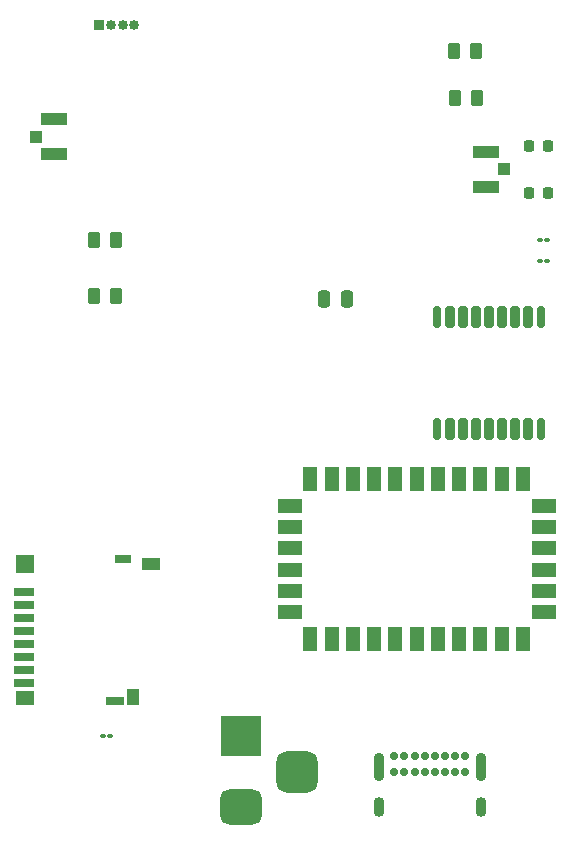
<source format=gbr>
%TF.GenerationSoftware,KiCad,Pcbnew,7.0.6*%
%TF.CreationDate,2023-08-21T19:58:41-03:00*%
%TF.ProjectId,satelite,73617465-6c69-4746-952e-6b696361645f,rev?*%
%TF.SameCoordinates,Original*%
%TF.FileFunction,Soldermask,Bot*%
%TF.FilePolarity,Negative*%
%FSLAX46Y46*%
G04 Gerber Fmt 4.6, Leading zero omitted, Abs format (unit mm)*
G04 Created by KiCad (PCBNEW 7.0.6) date 2023-08-21 19:58:41*
%MOMM*%
%LPD*%
G01*
G04 APERTURE LIST*
G04 Aperture macros list*
%AMRoundRect*
0 Rectangle with rounded corners*
0 $1 Rounding radius*
0 $2 $3 $4 $5 $6 $7 $8 $9 X,Y pos of 4 corners*
0 Add a 4 corners polygon primitive as box body*
4,1,4,$2,$3,$4,$5,$6,$7,$8,$9,$2,$3,0*
0 Add four circle primitives for the rounded corners*
1,1,$1+$1,$2,$3*
1,1,$1+$1,$4,$5*
1,1,$1+$1,$6,$7*
1,1,$1+$1,$8,$9*
0 Add four rect primitives between the rounded corners*
20,1,$1+$1,$2,$3,$4,$5,0*
20,1,$1+$1,$4,$5,$6,$7,0*
20,1,$1+$1,$6,$7,$8,$9,0*
20,1,$1+$1,$8,$9,$2,$3,0*%
G04 Aperture macros list end*
%ADD10O,0.850000X0.850000*%
%ADD11R,0.850000X0.850000*%
%ADD12C,0.700000*%
%ADD13O,0.900000X2.400000*%
%ADD14O,0.900000X1.700000*%
%ADD15RoundRect,0.225000X0.225000X0.250000X-0.225000X0.250000X-0.225000X-0.250000X0.225000X-0.250000X0*%
%ADD16RoundRect,0.250000X0.262500X0.450000X-0.262500X0.450000X-0.262500X-0.450000X0.262500X-0.450000X0*%
%ADD17RoundRect,0.100000X0.130000X0.100000X-0.130000X0.100000X-0.130000X-0.100000X0.130000X-0.100000X0*%
%ADD18R,3.500000X3.500000*%
%ADD19RoundRect,0.750000X1.000000X-0.750000X1.000000X0.750000X-1.000000X0.750000X-1.000000X-0.750000X0*%
%ADD20RoundRect,0.875000X0.875000X-0.875000X0.875000X0.875000X-0.875000X0.875000X-0.875000X-0.875000X0*%
%ADD21RoundRect,0.250000X0.250000X0.475000X-0.250000X0.475000X-0.250000X-0.475000X0.250000X-0.475000X0*%
%ADD22RoundRect,0.250000X-0.262500X-0.450000X0.262500X-0.450000X0.262500X0.450000X-0.262500X0.450000X0*%
%ADD23R,2.000000X1.200000*%
%ADD24R,1.200000X2.000000*%
%ADD25R,2.200000X1.050000*%
%ADD26R,1.050000X1.000000*%
%ADD27RoundRect,0.175000X-0.175000X0.725000X-0.175000X-0.725000X0.175000X-0.725000X0.175000X0.725000X0*%
%ADD28RoundRect,0.200000X-0.200000X0.700000X-0.200000X-0.700000X0.200000X-0.700000X0.200000X0.700000X0*%
%ADD29R,1.750000X0.700000*%
%ADD30R,1.000000X1.450000*%
%ADD31R,1.550000X1.000000*%
%ADD32R,1.500000X0.800000*%
%ADD33R,1.500000X1.300000*%
%ADD34R,1.500000X1.500000*%
%ADD35R,1.400000X0.800000*%
G04 APERTURE END LIST*
D10*
%TO.C,REF\u002A\u002A*%
X137000000Y-64750000D03*
X136000000Y-64750000D03*
X135000000Y-64750000D03*
D11*
X134000000Y-64750000D03*
%TD*%
D12*
%TO.C,J2*%
X159025000Y-126650000D03*
X159875000Y-126650000D03*
X160725000Y-126650000D03*
X161575000Y-126650000D03*
X162425000Y-126650000D03*
X163275000Y-126650000D03*
X164125000Y-126650000D03*
X164975000Y-126650000D03*
X164975000Y-128000000D03*
X164125000Y-128000000D03*
X163275000Y-128000000D03*
X162425000Y-128000000D03*
X161575000Y-128000000D03*
X160725000Y-128000000D03*
X159875000Y-128000000D03*
X159025000Y-128000000D03*
D13*
X157675000Y-127630000D03*
D14*
X157675000Y-131010000D03*
D13*
X166325000Y-127630000D03*
D14*
X166325000Y-131010000D03*
%TD*%
D15*
%TO.C,C9*%
X172000000Y-79000000D03*
X170450000Y-79000000D03*
%TD*%
D16*
%TO.C,R8*%
X135412500Y-83000000D03*
X133587500Y-83000000D03*
%TD*%
%TO.C,R6*%
X165912500Y-67000000D03*
X164087500Y-67000000D03*
%TD*%
D17*
%TO.C,C12*%
X134975000Y-125000000D03*
X134335000Y-125000000D03*
%TD*%
D18*
%TO.C,J4*%
X146042500Y-125000000D03*
D19*
X146042500Y-131000000D03*
D20*
X150742500Y-128000000D03*
%TD*%
D21*
%TO.C,C10*%
X155000000Y-88000000D03*
X153100000Y-88000000D03*
%TD*%
D15*
%TO.C,C8*%
X172000000Y-75000000D03*
X170450000Y-75000000D03*
%TD*%
D17*
%TO.C,C14*%
X171975000Y-84750000D03*
X171335000Y-84750000D03*
%TD*%
D16*
%TO.C,R7*%
X166000000Y-71000000D03*
X164175000Y-71000000D03*
%TD*%
D22*
%TO.C,R9*%
X133587500Y-87750000D03*
X135412500Y-87750000D03*
%TD*%
D17*
%TO.C,C13*%
X171975000Y-83000000D03*
X171335000Y-83000000D03*
%TD*%
D23*
%TO.C,U5*%
X150150000Y-105500000D03*
X150150000Y-107300000D03*
X150150000Y-109100000D03*
X150150000Y-110900000D03*
X150150000Y-112700000D03*
X150150000Y-114500000D03*
D24*
X151900000Y-116750000D03*
X153700000Y-116750000D03*
X155500000Y-116750000D03*
X157300000Y-116750000D03*
X159100000Y-116750000D03*
X160900000Y-116750000D03*
X162700000Y-116750000D03*
X164500000Y-116750000D03*
X166300000Y-116750000D03*
X168100000Y-116750000D03*
X169900000Y-116750000D03*
D23*
X171650000Y-114500000D03*
X171650000Y-112700000D03*
X171650000Y-110900000D03*
X171650000Y-109100000D03*
X171650000Y-107300000D03*
X171650000Y-105500000D03*
D24*
X169900000Y-103250000D03*
X168100000Y-103250000D03*
X166300000Y-103250000D03*
X164500000Y-103250000D03*
X162700000Y-103250000D03*
X160900000Y-103250000D03*
X159100000Y-103250000D03*
X157300000Y-103250000D03*
X155500000Y-103250000D03*
X153700000Y-103250000D03*
X151900000Y-103250000D03*
%TD*%
D25*
%TO.C,J5*%
X166775000Y-75525000D03*
X166775000Y-78475000D03*
D26*
X168300000Y-77000000D03*
%TD*%
D27*
%TO.C,U3*%
X162600000Y-89500000D03*
D28*
X163700000Y-89500000D03*
X164800000Y-89500000D03*
X165900000Y-89500000D03*
X167000000Y-89500000D03*
X168100000Y-89500000D03*
X169200000Y-89500000D03*
X170300000Y-89500000D03*
D27*
X171400000Y-89500000D03*
X171400000Y-99000000D03*
D28*
X170300000Y-99000000D03*
X169200000Y-99000000D03*
X168100000Y-99000000D03*
X167000000Y-99000000D03*
X165900000Y-99000000D03*
X164800000Y-99000000D03*
X163700000Y-99000000D03*
D27*
X162600000Y-99000000D03*
%TD*%
D29*
%TO.C,J1*%
X127650000Y-112825000D03*
X127650000Y-113925000D03*
X127650000Y-115025000D03*
X127650000Y-116125000D03*
X127650000Y-117225000D03*
X127650000Y-118325000D03*
X127650000Y-119425000D03*
X127650000Y-120525000D03*
D30*
X136875000Y-121650000D03*
D31*
X138450000Y-110425000D03*
D32*
X135375000Y-121975000D03*
D33*
X127775000Y-121725000D03*
D34*
X127775000Y-110375000D03*
D35*
X136025000Y-110025000D03*
%TD*%
D26*
%TO.C,J3*%
X128700000Y-74250000D03*
D25*
X130225000Y-72775000D03*
X130225000Y-75725000D03*
%TD*%
M02*

</source>
